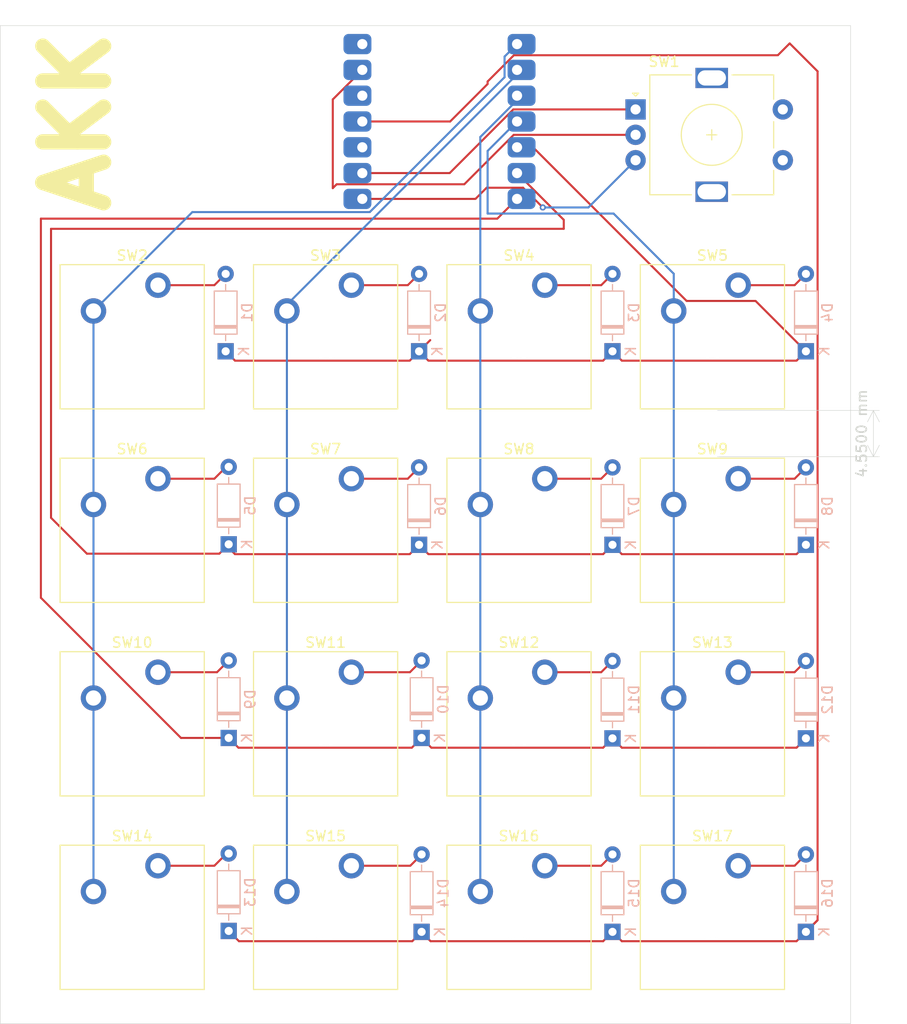
<source format=kicad_pcb>
(kicad_pcb (version 20240108) (generator "pcbnew") (generator_version "8.0")
  (layers (0 "F.Cu" signal) (31 "B.Cu" signal) (34 "B.Paste" user) (35 "F.Paste" user) (36 "B.SilkS" user "B.Silkscreen") (37 "F.SilkS" user "F.Silkscreen") (38 "B.Mask" user) (39 "F.Mask" user) (44 "Edge.Cuts" user))
  (net 0 "")
  (net 1 "Row 0")
  (net 2 "Net-(D1-A)")
  (net 3 "Net-(D2-A)")
  (net 4 "Net-(D3-A)")
  (net 5 "Net-(D4-A)")
  (net 6 "Row 1")
  (net 7 "Net-(D5-A)")
  (net 8 "Net-(D6-A)")
  (net 9 "Net-(D7-A)")
  (net 10 "Net-(D8-A)")
  (net 11 "Row 2")
  (net 12 "Net-(D9-A)")
  (net 13 "Net-(D10-A)")
  (net 14 "Net-(D11-A)")
  (net 15 "Net-(D12-A)")
  (net 16 "Net-(D13-A)")
  (net 17 "Row 3")
  (net 18 "Net-(D14-A)")
  (net 19 "Net-(D15-A)")
  (net 20 "Net-(D16-A)")
  (net 21 "Col 3")
  (net 23 "Col 1")
  (net 24 "Col 0")
  (net 25 "3V3")
  (net 26 "5V")
  (net 27 "GND")
  (net 28 "Col 2")
  (net 29 "Net-(M1-D8)")
  (net 30 "Net-(M1-D7)")
  (footprint "Rotary_Encoder:RotaryEncoder_Alps_EC11E-Switch_Vertical_H20mm" (layer "F.Cu") (at 116.575 75.25)
    (property "Reference" "SW1" (at 2.8 -4.7 0) (layer "F.SilkS"))
    (property "Value" "RotaryEncoder_Switch")
    (pad "A" thru_hole rect (at 0 0) (size 2 2) (drill 1) (layers "*.Cu" "*.Mask") (net 29 "Net-(M1-D8)"))
    (pad "B" thru_hole circle (at 0 5) (size 2 2) (drill 1) (layers "*.Cu" "*.Mask") (net 30 "Net-(M1-D7)"))
    (pad "C" thru_hole circle (at 0 2.5) (size 2 2) (drill 1) (layers "*.Cu" "*.Mask") (net 27 "GND"))
    (pad "MP" thru_hole rect (at 7.5 -3.1) (size 3.2 2) (drill oval 2.8 1.5) (layers "*.Cu" "*.Mask"))
    (pad "MP" thru_hole rect (at 7.5 8.1) (size 3.2 2) (drill oval 2.8 1.5) (layers "*.Cu" "*.Mask"))
    (pad "S1" thru_hole circle (at 14.5 5) (size 2 2) (drill 1) (layers "*.Cu" "*.Mask"))
    (pad "S2" thru_hole circle (at 14.5 0) (size 2 2) (drill 1) (layers "*.Cu" "*.Mask"))
  )
  (footprint "ScottoKeebs_MX:MX_PCB_1.00u" (layer "F.Cu") (at 86.0425 97.63125)
    (property "Reference" "SW3" (at 0 -8 0) (layer "F.SilkS"))
    (property "Value" "SW_Push_45deg")
    (pad "" np_thru_hole circle (at -5.08 0) (size 1.75 1.75) (drill 1.75) (layers "*.Cu" "*.Mask"))
    (pad "" np_thru_hole circle (at 0 0) (size 4 4) (drill 4) (layers "*.Cu" "*.Mask"))
    (pad "" np_thru_hole circle (at 5.08 0) (size 1.75 1.75) (drill 1.75) (layers "*.Cu" "*.Mask"))
    (pad "1" thru_hole circle (at -3.81 -2.54) (size 2.5 2.5) (drill 1.5) (layers "*.Cu" "*.Mask") (net 23 "Col 1"))
    (pad "2" thru_hole circle (at 2.54 -5.08) (size 2.5 2.5) (drill 1.5) (layers "*.Cu" "*.Mask") (net 3 "Net-(D2-A)"))
  )
  (footprint "ScottoKeebs_MX:MX_PCB_1.00u" (layer "F.Cu") (at 124.1425 116.68125)
    (property "Reference" "SW9" (at 0 -8 0) (layer "F.SilkS"))
    (property "Value" "SW_Push_45deg")
    (pad "" np_thru_hole circle (at -5.08 0) (size 1.75 1.75) (drill 1.75) (layers "*.Cu" "*.Mask"))
    (pad "" np_thru_hole circle (at 0 0) (size 4 4) (drill 4) (layers "*.Cu" "*.Mask"))
    (pad "" np_thru_hole circle (at 5.08 0) (size 1.75 1.75) (drill 1.75) (layers "*.Cu" "*.Mask"))
    (pad "1" thru_hole circle (at -3.81 -2.54) (size 2.5 2.5) (drill 1.5) (layers "*.Cu" "*.Mask") (net 21 "Col 3"))
    (pad "2" thru_hole circle (at 2.54 -5.08) (size 2.5 2.5) (drill 1.5) (layers "*.Cu" "*.Mask") (net 10 "Net-(D8-A)"))
  )
  (footprint "ScottoKeebs_MX:MX_PCB_1.00u" (layer "F.Cu") (at 86.0425 135.73125)
    (property "Reference" "SW11" (at 0 -8 0) (layer "F.SilkS"))
    (property "Value" "SW_Push_45deg")
    (pad "" np_thru_hole circle (at -5.08 0) (size 1.75 1.75) (drill 1.75) (layers "*.Cu" "*.Mask"))
    (pad "" np_thru_hole circle (at 0 0) (size 4 4) (drill 4) (layers "*.Cu" "*.Mask"))
    (pad "" np_thru_hole circle (at 5.08 0) (size 1.75 1.75) (drill 1.75) (layers "*.Cu" "*.Mask"))
    (pad "1" thru_hole circle (at -3.81 -2.54) (size 2.5 2.5) (drill 1.5) (layers "*.Cu" "*.Mask") (net 23 "Col 1"))
    (pad "2" thru_hole circle (at 2.54 -5.08) (size 2.5 2.5) (drill 1.5) (layers "*.Cu" "*.Mask") (net 13 "Net-(D10-A)"))
  )
  (footprint "ScottoKeebs_MX:MX_PCB_1.00u" (layer "F.Cu") (at 105.0925 135.73125)
    (property "Reference" "SW12" (at 0 -8 0) (layer "F.SilkS"))
    (property "Value" "SW_Push_45deg")
    (pad "" np_thru_hole circle (at -5.08 0) (size 1.75 1.75) (drill 1.75) (layers "*.Cu" "*.Mask"))
    (pad "" np_thru_hole circle (at 0 0) (size 4 4) (drill 4) (layers "*.Cu" "*.Mask"))
    (pad "" np_thru_hole circle (at 5.08 0) (size 1.75 1.75) (drill 1.75) (layers "*.Cu" "*.Mask"))
    (pad "1" thru_hole circle (at -3.81 -2.54) (size 2.5 2.5) (drill 1.5) (layers "*.Cu" "*.Mask") (net 28 "Col 2"))
    (pad "2" thru_hole circle (at 2.54 -5.08) (size 2.5 2.5) (drill 1.5) (layers "*.Cu" "*.Mask") (net 14 "Net-(D11-A)"))
  )
  (footprint "ScottoKeebs_MX:MX_PCB_1.00u" (layer "F.Cu") (at 86.0425 154.78125)
    (property "Reference" "SW15" (at 0 -8 0) (layer "F.SilkS"))
    (property "Value" "SW_Push_45deg")
    (pad "" np_thru_hole circle (at -5.08 0) (size 1.75 1.75) (drill 1.75) (layers "*.Cu" "*.Mask"))
    (pad "" np_thru_hole circle (at 0 0) (size 4 4) (drill 4) (layers "*.Cu" "*.Mask"))
    (pad "" np_thru_hole circle (at 5.08 0) (size 1.75 1.75) (drill 1.75) (layers "*.Cu" "*.Mask"))
    (pad "1" thru_hole circle (at -3.81 -2.54) (size 2.5 2.5) (drill 1.5) (layers "*.Cu" "*.Mask") (net 23 "Col 1"))
    (pad "2" thru_hole circle (at 2.54 -5.08) (size 2.5 2.5) (drill 1.5) (layers "*.Cu" "*.Mask") (net 18 "Net-(D14-A)"))
  )
  (footprint "ScottoKeebs_MX:MX_PCB_1.00u" (layer "F.Cu") (at 66.9925 97.63125)
    (property "Reference" "SW2" (at 0 -8 0) (layer "F.SilkS"))
    (property "Value" "SW_Push_45deg")
    (pad "" np_thru_hole circle (at -5.08 0) (size 1.75 1.75) (drill 1.75) (layers "*.Cu" "*.Mask"))
    (pad "" np_thru_hole circle (at 0 0) (size 4 4) (drill 4) (layers "*.Cu" "*.Mask"))
    (pad "" np_thru_hole circle (at 5.08 0) (size 1.75 1.75) (drill 1.75) (layers "*.Cu" "*.Mask"))
    (pad "1" thru_hole circle (at -3.81 -2.54) (size 2.5 2.5) (drill 1.5) (layers "*.Cu" "*.Mask") (net 24 "Col 0"))
    (pad "2" thru_hole circle (at 2.54 -5.08) (size 2.5 2.5) (drill 1.5) (layers "*.Cu" "*.Mask") (net 2 "Net-(D1-A)"))
  )
  (footprint "ScottoKeebs_MX:MX_PCB_1.00u" (layer "F.Cu") (at 86.0425 116.68125)
    (property "Reference" "SW7" (at 0 -8 0) (layer "F.SilkS"))
    (property "Value" "SW_Push_45deg")
    (pad "" np_thru_hole circle (at -5.08 0) (size 1.75 1.75) (drill 1.75) (layers "*.Cu" "*.Mask"))
    (pad "" np_thru_hole circle (at 0 0) (size 4 4) (drill 4) (layers "*.Cu" "*.Mask"))
    (pad "" np_thru_hole circle (at 5.08 0) (size 1.75 1.75) (drill 1.75) (layers "*.Cu" "*.Mask"))
    (pad "1" thru_hole circle (at -3.81 -2.54) (size 2.5 2.5) (drill 1.5) (layers "*.Cu" "*.Mask") (net 23 "Col 1"))
    (pad "2" thru_hole circle (at 2.54 -5.08) (size 2.5 2.5) (drill 1.5) (layers "*.Cu" "*.Mask") (net 8 "Net-(D6-A)"))
  )
  (footprint "ScottoKeebs_MX:MX_PCB_1.00u" (layer "F.Cu") (at 105.0925 97.63125)
    (property "Reference" "SW4" (at 0 -8 0) (layer "F.SilkS"))
    (property "Value" "SW_Push_45deg")
    (pad "" np_thru_hole circle (at -5.08 0) (size 1.75 1.75) (drill 1.75) (layers "*.Cu" "*.Mask"))
    (pad "" np_thru_hole circle (at 0 0) (size 4 4) (drill 4) (layers "*.Cu" "*.Mask"))
    (pad "" np_thru_hole circle (at 5.08 0) (size 1.75 1.75) (drill 1.75) (layers "*.Cu" "*.Mask"))
    (pad "1" thru_hole circle (at -3.81 -2.54) (size 2.5 2.5) (drill 1.5) (layers "*.Cu" "*.Mask") (net 28 "Col 2"))
    (pad "2" thru_hole circle (at 2.54 -5.08) (size 2.5 2.5) (drill 1.5) (layers "*.Cu" "*.Mask") (net 4 "Net-(D3-A)"))
  )
  (footprint "ScottoKeebs_MX:MX_PCB_1.00u" (layer "F.Cu") (at 66.9925 154.78125)
    (property "Reference" "SW14" (at 0 -8 0) (layer "F.SilkS"))
    (property "Value" "SW_Push_45deg")
    (pad "" np_thru_hole circle (at -5.08 0) (size 1.75 1.75) (drill 1.75) (layers "*.Cu" "*.Mask"))
    (pad "" np_thru_hole circle (at 0 0) (size 4 4) (drill 4) (layers "*.Cu" "*.Mask"))
    (pad "" np_thru_hole circle (at 5.08 0) (size 1.75 1.75) (drill 1.75) (layers "*.Cu" "*.Mask"))
    (pad "1" thru_hole circle (at -3.81 -2.54) (size 2.5 2.5) (drill 1.5) (layers "*.Cu" "*.Mask") (net 24 "Col 0"))
    (pad "2" thru_hole circle (at 2.54 -5.08) (size 2.5 2.5) (drill 1.5) (layers "*.Cu" "*.Mask") (net 16 "Net-(D13-A)"))
  )
  (footprint "ScottoKeebs_MX:MX_PCB_1.00u" (layer "F.Cu") (at 66.9925 116.68125)
    (property "Reference" "SW6" (at 0 -8 0) (layer "F.SilkS"))
    (property "Value" "SW_Push_45deg")
    (pad "" np_thru_hole circle (at -5.08 0) (size 1.75 1.75) (drill 1.75) (layers "*.Cu" "*.Mask"))
    (pad "" np_thru_hole circle (at 0 0) (size 4 4) (drill 4) (layers "*.Cu" "*.Mask"))
    (pad "" np_thru_hole circle (at 5.08 0) (size 1.75 1.75) (drill 1.75) (layers "*.Cu" "*.Mask"))
    (pad "1" thru_hole circle (at -3.81 -2.54) (size 2.5 2.5) (drill 1.5) (layers "*.Cu" "*.Mask") (net 24 "Col 0"))
    (pad "2" thru_hole circle (at 2.54 -5.08) (size 2.5 2.5) (drill 1.5) (layers "*.Cu" "*.Mask") (net 7 "Net-(D5-A)"))
  )
  (footprint "ScottoKeebs_MX:MX_PCB_1.00u" (layer "F.Cu") (at 124.1425 97.63125)
    (property "Reference" "SW5" (at 0 -8 0) (layer "F.SilkS"))
    (property "Value" "SW_Push_45deg")
    (pad "" np_thru_hole circle (at -5.08 0) (size 1.75 1.75) (drill 1.75) (layers "*.Cu" "*.Mask"))
    (pad "" np_thru_hole circle (at 0 0) (size 4 4) (drill 4) (layers "*.Cu" "*.Mask"))
    (pad "" np_thru_hole circle (at 5.08 0) (size 1.75 1.75) (drill 1.75) (layers "*.Cu" "*.Mask"))
    (pad "1" thru_hole circle (at -3.81 -2.54) (size 2.5 2.5) (drill 1.5) (layers "*.Cu" "*.Mask") (net 21 "Col 3"))
    (pad "2" thru_hole circle (at 2.54 -5.08) (size 2.5 2.5) (drill 1.5) (layers "*.Cu" "*.Mask") (net 5 "Net-(D4-A)"))
  )
  (footprint "ScottoKeebs_MX:MX_PCB_1.00u" (layer "F.Cu") (at 105.0925 154.78125)
    (property "Reference" "SW16" (at 0 -8 0) (layer "F.SilkS"))
    (property "Value" "SW_Push_45deg")
    (pad "" np_thru_hole circle (at -5.08 0) (size 1.75 1.75) (drill 1.75) (layers "*.Cu" "*.Mask"))
    (pad "" np_thru_hole circle (at 0 0) (size 4 4) (drill 4) (layers "*.Cu" "*.Mask"))
    (pad "" np_thru_hole circle (at 5.08 0) (size 1.75 1.75) (drill 1.75) (layers "*.Cu" "*.Mask"))
    (pad "1" thru_hole circle (at -3.81 -2.54) (size 2.5 2.5) (drill 1.5) (layers "*.Cu" "*.Mask") (net 28 "Col 2"))
    (pad "2" thru_hole circle (at 2.54 -5.08) (size 2.5 2.5) (drill 1.5) (layers "*.Cu" "*.Mask") (net 19 "Net-(D15-A)"))
  )
  (footprint "ScottoKeebs_MX:MX_PCB_1.00u" (layer "F.Cu") (at 124.1425 135.73125)
    (property "Reference" "SW13" (at 0 -8 0) (layer "F.SilkS"))
    (property "Value" "SW_Push_45deg")
    (pad "" np_thru_hole circle (at -5.08 0) (size 1.75 1.75) (drill 1.75) (layers "*.Cu" "*.Mask"))
    (pad "" np_thru_hole circle (at 0 0) (size 4 4) (drill 4) (layers "*.Cu" "*.Mask"))
    (pad "" np_thru_hole circle (at 5.08 0) (size 1.75 1.75) (drill 1.75) (layers "*.Cu" "*.Mask"))
    (pad "1" thru_hole circle (at -3.81 -2.54) (size 2.5 2.5) (drill 1.5) (layers "*.Cu" "*.Mask") (net 21 "Col 3"))
    (pad "2" thru_hole circle (at 2.54 -5.08) (size 2.5 2.5) (drill 1.5) (layers "*.Cu" "*.Mask") (net 15 "Net-(D12-A)"))
  )
  (footprint "ScottoKeebs_MX:MX_PCB_1.00u" (layer "F.Cu") (at 66.9925 135.73125)
    (property "Reference" "SW10" (at 0 -8 0) (layer "F.SilkS"))
    (property "Value" "SW_Push_45deg")
    (pad "" np_thru_hole circle (at -5.08 0) (size 1.75 1.75) (drill 1.75) (layers "*.Cu" "*.Mask"))
    (pad "" np_thru_hole circle (at 0 0) (size 4 4) (drill 4) (layers "*.Cu" "*.Mask"))
    (pad "" np_thru_hole circle (at 5.08 0) (size 1.75 1.75) (drill 1.75) (layers "*.Cu" "*.Mask"))
    (pad "1" thru_hole circle (at -3.81 -2.54) (size 2.5 2.5) (drill 1.5) (layers "*.Cu" "*.Mask") (net 24 "Col 0"))
    (pad "2" thru_hole circle (at 2.54 -5.08) (size 2.5 2.5) (drill 1.5) (layers "*.Cu" "*.Mask") (net 12 "Net-(D9-A)"))
  )
  (footprint "ScottoKeebs_MX:MX_PCB_1.00u" (layer "F.Cu") (at 124.1425 154.78125)
    (property "Reference" "SW17" (at 0 -8 0) (layer "F.SilkS"))
    (property "Value" "SW_Push_45deg")
    (pad "" np_thru_hole circle (at -5.08 0) (size 1.75 1.75) (drill 1.75) (layers "*.Cu" "*.Mask"))
    (pad "" np_thru_hole circle (at 0 0) (size 4 4) (drill 4) (layers "*.Cu" "*.Mask"))
    (pad "" np_thru_hole circle (at 5.08 0) (size 1.75 1.75) (drill 1.75) (layers "*.Cu" "*.Mask"))
    (pad "1" thru_hole circle (at -3.81 -2.54) (size 2.5 2.5) (drill 1.5) (layers "*.Cu" "*.Mask") (net 21 "Col 3"))
    (pad "2" thru_hole circle (at 2.54 -5.08) (size 2.5 2.5) (drill 1.5) (layers "*.Cu" "*.Mask") (net 20 "Net-(D16-A)"))
  )
  (footprint "ScottoKeebs_MX:MX_PCB_1.00u" (layer "F.Cu") (at 105.0925 116.68125)
    (property "Reference" "SW8" (at 0 -8 0) (layer "F.SilkS"))
    (property "Value" "SW_Push_45deg")
    (pad "" np_thru_hole circle (at -5.08 0) (size 1.75 1.75) (drill 1.75) (layers "*.Cu" "*.Mask"))
    (pad "" np_thru_hole circle (at 0 0) (size 4 4) (drill 4) (layers "*.Cu" "*.Mask"))
    (pad "" np_thru_hole circle (at 5.08 0) (size 1.75 1.75) (drill 1.75) (layers "*.Cu" "*.Mask"))
    (pad "1" thru_hole circle (at -3.81 -2.54) (size 2.5 2.5) (drill 1.5) (layers "*.Cu" "*.Mask") (net 28 "Col 2"))
    (pad "2" thru_hole circle (at 2.54 -5.08) (size 2.5 2.5) (drill 1.5) (layers "*.Cu" "*.Mask") (net 9 "Net-(D7-A)"))
  )
  (footprint "Diode_THT:D_DO-35_SOD27_P7.62mm_Horizontal" (layer "B.Cu") (at 114.3 156.21 90)
    (property "Reference" "D15" (at 3.81 2.12 90) (layer "B.SilkS") (effects (justify mirror)))
    (property "Value" "Diode")
    (fp_text user "K" (at 0 1.8 90) (layer "B.SilkS") (effects (justify mirror)))
    (pad "1" thru_hole rect (at 0 0 90) (size 1.6 1.6) (drill 0.8) (layers "*.Cu" "*.Mask") (net 17 "Row 3"))
    (pad "2" thru_hole oval (at 7.62 0 90) (size 1.6 1.6) (drill 0.8) (layers "*.Cu" "*.Mask") (net 19 "Net-(D15-A)"))
  )
  (footprint "Diode_THT:D_DO-35_SOD27_P7.62mm_Horizontal" (layer "B.Cu") (at 76.2 99.06 90)
    (property "Reference" "D1" (at 3.81 2.12 90) (layer "B.SilkS") (effects (justify mirror)))
    (property "Value" "Diode")
    (fp_text user "K" (at 0 1.8 90) (layer "B.SilkS") (effects (justify mirror)))
    (pad "1" thru_hole rect (at 0 0 90) (size 1.6 1.6) (drill 0.8) (layers "*.Cu" "*.Mask") (net 1 "Row 0"))
    (pad "2" thru_hole oval (at 7.62 0 90) (size 1.6 1.6) (drill 0.8) (layers "*.Cu" "*.Mask") (net 2 "Net-(D1-A)"))
  )
  (footprint "Diode_THT:D_DO-35_SOD27_P7.62mm_Horizontal" (layer "B.Cu") (at 95.5 137.12 90)
    (property "Reference" "D10" (at 3.81 2.12 90) (layer "B.SilkS") (effects (justify mirror)))
    (property "Value" "Diode")
    (fp_text user "K" (at 0 1.8 90) (layer "B.SilkS") (effects (justify mirror)))
    (pad "1" thru_hole rect (at 0 0 90) (size 1.6 1.6) (drill 0.8) (layers "*.Cu" "*.Mask") (net 11 "Row 2"))
    (pad "2" thru_hole oval (at 7.62 0 90) (size 1.6 1.6) (drill 0.8) (layers "*.Cu" "*.Mask") (net 13 "Net-(D10-A)"))
  )
  (footprint "Diode_THT:D_DO-35_SOD27_P7.62mm_Horizontal" (layer "B.Cu") (at 114.3 99.06 90)
    (property "Reference" "D3" (at 3.81 2.12 90) (layer "B.SilkS") (effects (justify mirror)))
    (property "Value" "Diode")
    (fp_text user "K" (at 0 1.8 90) (layer "B.SilkS") (effects (justify mirror)))
    (pad "1" thru_hole rect (at 0 0 90) (size 1.6 1.6) (drill 0.8) (layers "*.Cu" "*.Mask") (net 1 "Row 0"))
    (pad "2" thru_hole oval (at 7.62 0 90) (size 1.6 1.6) (drill 0.8) (layers "*.Cu" "*.Mask") (net 4 "Net-(D3-A)"))
  )
  (footprint "Diode_THT:D_DO-35_SOD27_P7.62mm_Horizontal" (layer "B.Cu") (at 76.5 118.06 90)
    (property "Reference" "D5" (at 3.81 2.12 90) (layer "B.SilkS") (effects (justify mirror)))
    (property "Value" "Diode")
    (fp_text user "K" (at 0 1.8 90) (layer "B.SilkS") (effects (justify mirror)))
    (pad "1" thru_hole rect (at 0 0 90) (size 1.6 1.6) (drill 0.8) (layers "*.Cu" "*.Mask") (net 6 "Row 1"))
    (pad "2" thru_hole oval (at 7.62 0 90) (size 1.6 1.6) (drill 0.8) (layers "*.Cu" "*.Mask") (net 7 "Net-(D5-A)"))
  )
  (footprint "Diode_THT:D_DO-35_SOD27_P7.62mm_Horizontal" (layer "B.Cu") (at 133.35 118.11 90)
    (property "Reference" "D8" (at 3.81 2.12 90) (layer "B.SilkS") (effects (justify mirror)))
    (property "Value" "Diode")
    (fp_text user "K" (at 0 1.8 90) (layer "B.SilkS") (effects (justify mirror)))
    (pad "1" thru_hole rect (at 0 0 90) (size 1.6 1.6) (drill 0.8) (layers "*.Cu" "*.Mask") (net 6 "Row 1"))
    (pad "2" thru_hole oval (at 7.62 0 90) (size 1.6 1.6) (drill 0.8) (layers "*.Cu" "*.Mask") (net 10 "Net-(D8-A)"))
  )
  (footprint "Diode_THT:D_DO-35_SOD27_P7.62mm_Horizontal" (layer "B.Cu") (at 95.5 156.21 90)
    (property "Reference" "D14" (at 3.81 2.12 90) (layer "B.SilkS") (effects (justify mirror)))
    (property "Value" "Diode")
    (fp_text user "K" (at 0 1.8 90) (layer "B.SilkS") (effects (justify mirror)))
    (pad "1" thru_hole rect (at 0 0 90) (size 1.6 1.6) (drill 0.8) (layers "*.Cu" "*.Mask") (net 17 "Row 3"))
    (pad "2" thru_hole oval (at 7.62 0 90) (size 1.6 1.6) (drill 0.8) (layers "*.Cu" "*.Mask") (net 18 "Net-(D14-A)"))
  )
  (footprint "Diode_THT:D_DO-35_SOD27_P7.62mm_Horizontal" (layer "B.Cu") (at 133.35 156.21 90)
    (property "Reference" "D16" (at 3.81 2.12 90) (layer "B.SilkS") (effects (justify mirror)))
    (property "Value" "Diode")
    (fp_text user "K" (at 0 1.8 90) (layer "B.SilkS") (effects (justify mirror)))
    (pad "1" thru_hole rect (at 0 0 90) (size 1.6 1.6) (drill 0.8) (layers "*.Cu" "*.Mask") (net 17 "Row 3"))
    (pad "2" thru_hole oval (at 7.62 0 90) (size 1.6 1.6) (drill 0.8) (layers "*.Cu" "*.Mask") (net 20 "Net-(D16-A)"))
  )
  (footprint "Diode_THT:D_DO-35_SOD27_P7.62mm_Horizontal" (layer "B.Cu") (at 114.3 118.11 90)
    (property "Reference" "D7" (at 3.81 2.12 90) (layer "B.SilkS") (effects (justify mirror)))
    (property "Value" "Diode")
    (fp_text user "K" (at 0 1.8 90) (layer "B.SilkS") (effects (justify mirror)))
    (pad "1" thru_hole rect (at 0 0 90) (size 1.6 1.6) (drill 0.8) (layers "*.Cu" "*.Mask") (net 6 "Row 1"))
    (pad "2" thru_hole oval (at 7.62 0 90) (size 1.6 1.6) (drill 0.8) (layers "*.Cu" "*.Mask") (net 9 "Net-(D7-A)"))
  )
  (footprint "Diode_THT:D_DO-35_SOD27_P7.62mm_Horizontal" (layer "B.Cu") (at 76.5 137.12 90)
    (property "Reference" "D9" (at 3.81 2.12 90) (layer "B.SilkS") (effects (justify mirror)))
    (property "Value" "Diode")
    (fp_text user "K" (at 0 1.8 90) (layer "B.SilkS") (effects (justify mirror)))
    (pad "1" thru_hole rect (at 0 0 90) (size 1.6 1.6) (drill 0.8) (layers "*.Cu" "*.Mask") (net 11 "Row 2"))
    (pad "2" thru_hole oval (at 7.62 0 90) (size 1.6 1.6) (drill 0.8) (layers "*.Cu" "*.Mask") (net 12 "Net-(D9-A)"))
  )
  (footprint "Diode_THT:D_DO-35_SOD27_P7.62mm_Horizontal" (layer "B.Cu") (at 76.5 156.12 90)
    (property "Reference" "D13" (at 3.81 2.12 90) (layer "B.SilkS") (effects (justify mirror)))
    (property "Value" "Diode")
    (fp_text user "K" (at 0 1.8 90) (layer "B.SilkS") (effects (justify mirror)))
    (pad "1" thru_hole rect (at 0 0 90) (size 1.6 1.6) (drill 0.8) (layers "*.Cu" "*.Mask") (net 17 "Row 3"))
    (pad "2" thru_hole oval (at 7.62 0 90) (size 1.6 1.6) (drill 0.8) (layers "*.Cu" "*.Mask") (net 16 "Net-(D13-A)"))
  )
  (footprint "Diode_THT:D_DO-35_SOD27_P7.62mm_Horizontal" (layer "B.Cu") (at 114.3 137.16 90)
    (property "Reference" "D11" (at 3.81 2.12 90) (layer "B.SilkS") (effects (justify mirror)))
    (property "Value" "Diode")
    (fp_text user "K" (at 0 1.8 90) (layer "B.SilkS") (effects (justify mirror)))
    (pad "1" thru_hole rect (at 0 0 90) (size 1.6 1.6) (drill 0.8) (layers "*.Cu" "*.Mask") (net 11 "Row 2"))
    (pad "2" thru_hole oval (at 7.62 0 90) (size 1.6 1.6) (drill 0.8) (layers "*.Cu" "*.Mask") (net 14 "Net-(D11-A)"))
  )
  (footprint "Diode_THT:D_DO-35_SOD27_P7.62mm_Horizontal" (layer "B.Cu") (at 95.25 118.11 90)
    (property "Reference" "D6" (at 3.81 2.12 90) (layer "B.SilkS") (effects (justify mirror)))
    (property "Value" "Diode")
    (fp_text user "K" (at 0 1.8 90) (layer "B.SilkS") (effects (justify mirror)))
    (pad "1" thru_hole rect (at 0 0 90) (size 1.6 1.6) (drill 0.8) (layers "*.Cu" "*.Mask") (net 6 "Row 1"))
    (pad "2" thru_hole oval (at 7.62 0 90) (size 1.6 1.6) (drill 0.8) (layers "*.Cu" "*.Mask") (net 8 "Net-(D6-A)"))
  )
  (footprint "Diode_THT:D_DO-35_SOD27_P7.62mm_Horizontal" (layer "B.Cu") (at 133.35 99.06 90)
    (property "Reference" "D4" (at 3.81 2.12 90) (layer "B.SilkS") (effects (justify mirror)))
    (property "Value" "Diode")
    (fp_text user "K" (at 0 1.8 90) (layer "B.SilkS") (effects (justify mirror)))
    (pad "1" thru_hole rect (at 0 0 90) (size 1.6 1.6) (drill 0.8) (layers "*.Cu" "*.Mask") (net 1 "Row 0"))
    (pad "2" thru_hole oval (at 7.62 0 90) (size 1.6 1.6) (drill 0.8) (layers "*.Cu" "*.Mask") (net 5 "Net-(D4-A)"))
  )
  (footprint "ScottoKeebs_MCU:Seeed_XIAO_RP2040" (layer "B.Cu") (at 97.28 76.4375 180)
    (property "Reference" "M1" (hide yes))
    (property "Value" "XIAO-RP2040")
    (pad "1" smd roundrect (at -8.065 7.62 180) (size 2.75 2) (layers "B.Cu" "B.Paste" "B.Mask") (net 24 "Col 0"))
    (pad "1" thru_hole rect (at -7.62 7.62 90) (size 1.6 1.6) (drill 1) (layers "*.Cu" "*.Mask") (net 24 "Col 0"))
    (pad "2" smd roundrect (at -8.065 5.08 180) (size 2.75 2) (layers "B.Cu" "B.Paste" "B.Mask") (net 23 "Col 1"))
    (pad "2" thru_hole circle (at -7.62 5.08 90) (size 1.6 1.6) (drill 1) (layers "*.Cu" "*.Mask") (net 23 "Col 1"))
    (pad "3" smd roundrect (at -8.065 2.54 180) (size 2.75 2) (layers "B.Cu" "B.Paste" "B.Mask") (net 28 "Col 2"))
    (pad "3" thru_hole circle (at -7.62 2.54 90) (size 1.6 1.6) (drill 1) (layers "*.Cu" "*.Mask") (net 28 "Col 2"))
    (pad "4" smd roundrect (at -8.065 0 180) (size 2.75 2) (layers "B.Cu" "B.Paste" "B.Mask") (net 21 "Col 3"))
    (pad "4" thru_hole circle (at -7.62 0 90) (size 1.6 1.6) (drill 1) (layers "*.Cu" "*.Mask") (net 21 "Col 3"))
    (pad "5" smd roundrect (at -8.065 -2.54 180) (size 2.75 2) (layers "B.Cu" "B.Paste" "B.Mask") (net 1 "Row 0"))
    (pad "5" thru_hole circle (at -7.62 -2.54 90) (size 1.6 1.6) (drill 1) (layers "*.Cu" "*.Mask") (net 1 "Row 0"))
    (pad "6" smd roundrect (at -8.065 -5.08 180) (size 2.75 2) (layers "B.Cu" "B.Paste" "B.Mask") (net 6 "Row 1"))
    (pad "6" thru_hole circle (at -7.62 -5.08 90) (size 1.6 1.6) (drill 1) (layers "*.Cu" "*.Mask") (net 6 "Row 1"))
    (pad "7" smd roundrect (at -8.065 -7.62 180) (size 2.75 2) (layers "B.Cu" "B.Paste" "B.Mask") (net 11 "Row 2"))
    (pad "7" thru_hole circle (at -7.62 -7.62 90) (size 1.6 1.6) (drill 1) (layers "*.Cu" "*.Mask") (net 11 "Row 2"))
    (pad "8" thru_hole circle (at 7.62 -7.62 90) (size 1.6 1.6) (drill 1) (layers "*.Cu" "*.Mask") (net 30 "Net-(M1-D7)"))
    (pad "8" smd roundrect (at 8.1 -7.62 180) (size 2.75 2) (layers "B.Cu" "B.Paste" "B.Mask") (net 30 "Net-(M1-D7)"))
    (pad "9" thru_hole circle (at 7.62 -5.08 90) (size 1.6 1.6) (drill 1) (layers "*.Cu" "*.Mask") (net 29 "Net-(M1-D8)"))
    (pad "9" smd roundrect (at 8.1 -5.08 180) (size 2.75 2) (layers "B.Cu" "B.Paste" "B.Mask") (net 29 "Net-(M1-D8)"))
    (pad "10" thru_hole circle (at 7.62 -2.54 90) (size 1.6 1.6) (drill 1) (layers "*.Cu" "*.Mask"))
    (pad "10" smd roundrect (at 8.1 -2.54 180) (size 2.75 2) (layers "B.Cu" "B.Paste" "B.Mask"))
    (pad "11" thru_hole circle (at 7.62 0 90) (size 1.6 1.6) (drill 1) (layers "*.Cu" "*.Mask") (net 17 "Row 3"))
    (pad "11" smd roundrect (at 8.1 0 180) (size 2.75 2) (layers "B.Cu" "B.Paste" "B.Mask") (net 17 "Row 3"))
    (pad "12" thru_hole circle (at 7.62 2.54 90) (size 1.6 1.6) (drill 1) (layers "*.Cu" "*.Mask") (net 25 "3V3"))
    (pad "12" smd roundrect (at 8.1 2.54 180) (size 2.75 2) (layers "B.Cu" "B.Paste" "B.Mask") (net 25 "3V3"))
    (pad "13" thru_hole circle (at 7.62 5.08 90) (size 1.6 1.6) (drill 1) (layers "*.Cu" "*.Mask") (net 27 "GND"))
    (pad "13" smd roundrect (at 8.1 5.08 180) (size 2.75 2) (layers "B.Cu" "B.Paste" "B.Mask") (net 27 "GND"))
    (pad "14" thru_hole circle (at 7.62 7.62 90) (size 1.6 1.6) (drill 1) (layers "*.Cu" "*.Mask") (net 26 "5V"))
    (pad "14" smd roundrect (at 8.1 7.62 180) (size 2.75 2) (layers "B.Cu" "B.Paste" "B.Mask") (net 26 "5V"))
  )
  (footprint "Diode_THT:D_DO-35_SOD27_P7.62mm_Horizontal" (layer "B.Cu") (at 95.25 99.06 90)
    (property "Reference" "D2" (at 3.81 2.12 90) (layer "B.SilkS") (effects (justify mirror)))
    (property "Value" "Diode")
    (fp_text user "K" (at 0 1.8 90) (layer "B.SilkS") (effects (justify mirror)))
    (pad "1" thru_hole rect (at 0 0 90) (size 1.6 1.6) (drill 0.8) (layers "*.Cu" "*.Mask") (net 1 "Row 0"))
    (pad "2" thru_hole oval (at 7.62 0 90) (size 1.6 1.6) (drill 0.8) (layers "*.Cu" "*.Mask") (net 3 "Net-(D2-A)"))
  )
  (footprint "Diode_THT:D_DO-35_SOD27_P7.62mm_Horizontal" (layer "B.Cu") (at 133.35 137.16 90)
    (property "Reference" "D12" (at 3.81 2.12 90) (layer "B.SilkS") (effects (justify mirror)))
    (property "Value" "Diode")
    (fp_text user "K" (at 0 1.8 90) (layer "B.SilkS") (effects (justify mirror)))
    (pad "1" thru_hole rect (at 0 0 90) (size 1.6 1.6) (drill 0.8) (layers "*.Cu" "*.Mask") (net 11 "Row 2"))
    (pad "2" thru_hole oval (at 7.62 0 90) (size 1.6 1.6) (drill 0.8) (layers "*.Cu" "*.Mask") (net 15 "Net-(D12-A)"))
  )
  (gr_rect (start 54 67) (end 137.75 165.25) (stroke (width 0.05)) (fill none) (layer "Edge.Cuts"))
  (gr_text "AKK" (at 65 86 90) (layer "F.SilkS") (effects (font (size 6 6) (thickness 1.5) (bold yes)) (justify left bottom)))
  (dimension (type aligned) (layer "Edge.Cuts") (pts (xy 124.1425 104.88125) (xy 124.1425 109.43125)) (height -15.8575) (gr_text "4.5500 mm" (at 138.85 107.15625 90) (layer "Edge.Cuts") (effects (font (size 1 1) (thickness 0.15)))) (format (prefix "") (suffix "") (units 3) (units_format 1) (precision 4)) (style (thickness 0.05) (arrow_length 1.27) (text_position_mode 0) (extension_height 0.58642) (extension_offset 0.5) keep_text_aligned))
  (segment (start 94.32875 99.98125) (end 95.25 99.06) (width 0.2) (layer "F.Cu") (net 1))
  (segment (start 77.12125 99.98125) (end 94.32875 99.98125) (width 0.2) (layer "F.Cu") (net 1))
  (segment (start 128.39125 94.10125) (end 121.60125 94.10125) (width 0.2) (layer "F.Cu") (net 1))
  (segment (start 113.37875 99.98125) (end 114.3 99.06) (width 0.2) (layer "F.Cu") (net 1))
  (segment (start 133.35 99.06) (end 128.39125 94.10125) (width 0.2) (layer "F.Cu") (net 1))
  (segment (start 95.25 99.06) (end 96.35 97.96) (width 0.2) (layer "F.Cu") (net 1))
  (segment (start 76.2 99.06) (end 77.12125 99.98125) (width 0.2) (layer "F.Cu") (net 1))
  (segment (start 96.17125 99.98125) (end 113.37875 99.98125) (width 0.2) (layer "F.Cu") (net 1))
  (segment (start 121.60125 94.10125) (end 106.4775 78.9775) (width 0.2) (layer "F.Cu") (net 1))
  (segment (start 95.25 99.06) (end 96.17125 99.98125) (width 0.2) (layer "F.Cu") (net 1))
  (segment (start 114.3 99.06) (end 115.22125 99.98125) (width 0.2) (layer "F.Cu") (net 1))
  (segment (start 106.4775 78.9775) (end 104.9 78.9775) (width 0.2) (layer "F.Cu") (net 1))
  (segment (start 132.42875 99.98125) (end 133.35 99.06) (width 0.2) (layer "F.Cu") (net 1))
  (segment (start 115.22125 99.98125) (end 132.42875 99.98125) (width 0.2) (layer "F.Cu") (net 1))
  (segment (start 69.5325 92.55125) (end 75.08875 92.55125) (width 0.2) (layer "F.Cu") (net 2))
  (segment (start 75.08875 92.55125) (end 76.2 91.44) (width 0.2) (layer "F.Cu") (net 2))
  (segment (start 88.5825 92.55125) (end 94.13875 92.55125) (width 0.2) (layer "F.Cu") (net 3))
  (segment (start 94.13875 92.55125) (end 95.25 91.44) (width 0.2) (layer "F.Cu") (net 3))
  (segment (start 113.18875 92.55125) (end 114.3 91.44) (width 0.2) (layer "F.Cu") (net 4))
  (segment (start 107.6325 92.55125) (end 113.18875 92.55125) (width 0.2) (layer "F.Cu") (net 4))
  (segment (start 132.23875 92.55125) (end 133.35 91.44) (width 0.2) (layer "F.Cu") (net 5))
  (segment (start 126.6825 92.55125) (end 132.23875 92.55125) (width 0.2) (layer "F.Cu") (net 5))
  (segment (start 95.25 118.11) (end 96.17125 119.03125) (width 0.2) (layer "F.Cu") (net 6))
  (segment (start 115.22125 119.03125) (end 132.42875 119.03125) (width 0.2) (layer "F.Cu") (net 6))
  (segment (start 77.12125 119.03125) (end 94.32875 119.03125) (width 0.2) (layer "F.Cu") (net 6))
  (segment (start 59 87) (end 109.5 87) (width 0.2) (layer "F.Cu") (net 6))
  (segment (start 109.5 87) (end 109.5 86.1175) (width 0.2) (layer "F.Cu") (net 6))
  (segment (start 59 115.45) (end 59 87) (width 0.2) (layer "F.Cu") (net 6))
  (segment (start 109.5 86.1175) (end 104.9 81.5175) (width 0.2) (layer "F.Cu") (net 6))
  (segment (start 76.5 118.06) (end 75.57875 118.98125) (width 0.2) (layer "F.Cu") (net 6))
  (segment (start 132.42875 119.03125) (end 133.35 118.11) (width 0.2) (layer "F.Cu") (net 6))
  (segment (start 96.17125 119.03125) (end 113.37875 119.03125) (width 0.2) (layer "F.Cu") (net 6))
  (segment (start 75.57875 118.98125) (end 62.53125 118.98125) (width 0.2) (layer "F.Cu") (net 6))
  (segment (start 113.37875 119.03125) (end 114.3 118.11) (width 0.2) (layer "F.Cu") (net 6))
  (segment (start 94.32875 119.03125) (end 95.25 118.11) (width 0.2) (layer "F.Cu") (net 6))
  (segment (start 62.53125 118.98125) (end 59 115.45) (width 0.2) (layer "F.Cu") (net 6))
  (segment (start 76.2 118.11) (end 77.12125 119.03125) (width 0.2) (layer "F.Cu") (net 6))
  (segment (start 114.3 118.11) (end 115.22125 119.03125) (width 0.2) (layer "F.Cu") (net 6))
  (segment (start 75.08875 111.60125) (end 76.2 110.49) (width 0.2) (layer "F.Cu") (net 7))
  (segment (start 69.5325 111.60125) (end 75.08875 111.60125) (width 0.2) (layer "F.Cu") (net 7))
  (segment (start 94.13875 111.60125) (end 95.25 110.49) (width 0.2) (layer "F.Cu") (net 8))
  (segment (start 88.5825 111.60125) (end 94.13875 111.60125) (width 0.2) (layer "F.Cu") (net 8))
  (segment (start 107.6325 111.60125) (end 113.18875 111.60125) (width 0.2) (layer "F.Cu") (net 9))
  (segment (start 113.18875 111.60125) (end 114.3 110.49) (width 0.2) (layer "F.Cu") (net 9))
  (segment (start 132.23875 111.60125) (end 133.35 110.49) (width 0.2) (layer "F.Cu") (net 10))
  (segment (start 126.6825 111.60125) (end 132.23875 111.60125) (width 0.2) (layer "F.Cu") (net 10))
  (segment (start 113.37875 138.08125) (end 114.3 137.16) (width 0.2) (layer "F.Cu") (net 11))
  (segment (start 133.35 136.85) (end 133.25 136.75) (width 0.2) (layer "F.Cu") (net 11))
  (segment (start 133.35 137.16) (end 133.35 136.85) (width 0.2) (layer "F.Cu") (net 11))
  (segment (start 115.22125 138.08125) (end 132.42875 138.08125) (width 0.2) (layer "F.Cu") (net 11))
  (segment (start 96.46125 138.08125) (end 113.37875 138.08125) (width 0.2) (layer "F.Cu") (net 11))
  (segment (start 58 86) (end 102.9575 86) (width 0.2) (layer "F.Cu") (net 11))
  (segment (start 114.3 137.16) (end 115.22125 138.08125) (width 0.2) (layer "F.Cu") (net 11))
  (segment (start 132.42875 138.08125) (end 133.35 137.16) (width 0.2) (layer "F.Cu") (net 11))
  (segment (start 95.5 137.12) (end 96.46125 138.08125) (width 0.2) (layer "F.Cu") (net 11))
  (segment (start 102.9575 86) (end 104.9 84.0575) (width 0.2) (layer "F.Cu") (net 11))
  (segment (start 77.46125 138.08125) (end 94.53875 138.08125) (width 0.2) (layer "F.Cu") (net 11))
  (segment (start 58 123.320451) (end 58 86) (width 0.2) (layer "F.Cu") (net 11))
  (segment (start 76.5 137.12) (end 77.46125 138.08125) (width 0.2) (layer "F.Cu") (net 11))
  (segment (start 94.53875 138.08125) (end 95.5 137.12) (width 0.2) (layer "F.Cu") (net 11))
  (segment (start 76.5 137.12) (end 71.799549 137.12) (width 0.2) (layer "F.Cu") (net 11))
  (segment (start 71.799549 137.12) (end 58 123.320451) (width 0.2) (layer "F.Cu") (net 11))
  (segment (start 69.5325 130.65125) (end 75.34875 130.65125) (width 0.2) (layer "F.Cu") (net 12))
  (segment (start 75.34875 130.65125) (end 76.5 129.5) (width 0.2) (layer "F.Cu") (net 12))
  (segment (start 94.34875 130.65125) (end 95.5 129.5) (width 0.2) (layer "F.Cu") (net 13))
  (segment (start 88.5825 130.65125) (end 94.34875 130.65125) (width 0.2) (layer "F.Cu") (net 13))
  (segment (start 113.18875 130.65125) (end 114.3 129.54) (width 0.2) (layer "F.Cu") (net 14))
  (segment (start 107.6325 130.65125) (end 113.18875 130.65125) (width 0.2) (layer "F.Cu") (net 14))
  (segment (start 126.6825 130.65125) (end 132.23875 130.65125) (width 0.2) (layer "F.Cu") (net 15))
  (segment (start 132.23875 130.65125) (end 133.35 129.54) (width 0.2) (layer "F.Cu") (net 15))
  (segment (start 69.5325 149.70125) (end 75.08875 149.70125) (width 0.2) (layer "F.Cu") (net 16))
  (segment (start 75.08875 149.70125) (end 76.2 148.59) (width 0.2) (layer "F.Cu") (net 16))
  (segment (start 131.75 68.75) (end 130.5825 69.9175) (width 0.2) (layer "F.Cu") (net 17))
  (segment (start 77.51125 157.13125) (end 94.57875 157.13125) (width 0.2) (layer "F.Cu") (net 17))
  (segment (start 102 72.75) (end 98.3125 76.4375) (width 0.2) (layer "F.Cu") (net 17))
  (segment (start 134.5 71.5) (end 131.75 68.75) (width 0.2) (layer "F.Cu") (net 17))
  (segment (start 104.5825 69.9175) (end 102 72.5) (width 0.2) (layer "F.Cu") (net 17))
  (segment (start 96.38125 157.13125) (end 113.37875 157.13125) (width 0.2) (layer "F.Cu") (net 17))
  (segment (start 133.35 156.21) (end 134.45 155.11) (width 0.2) (layer "F.Cu") (net 17))
  (segment (start 134.5 155.06) (end 134.5 71.5) (width 0.2) (layer "F.Cu") (net 17))
  (segment (start 98.3125 76.4375) (end 89.66 76.4375) (width 0.2) (layer "F.Cu") (net 17))
  (segment (start 114.3 156.21) (end 115.22125 157.13125) (width 0.2) (layer "F.Cu") (net 17))
  (segment (start 130.5825 69.9175) (end 104.5825 69.9175) (width 0.2) (layer "F.Cu") (net 17))
  (segment (start 95.5 156.25) (end 96.38125 157.13125) (width 0.2) (layer "F.Cu") (net 17))
  (segment (start 132.42875 157.13125) (end 133.35 156.21) (width 0.2) (layer "F.Cu") (net 17))
  (segment (start 133.35 156.21) (end 134.5 155.06) (width 0.2) (layer "F.Cu") (net 17))
  (segment (start 95.5 156.21) (end 95.5 156.25) (width 0.2) (layer "F.Cu") (net 17))
  (segment (start 115.22125 157.13125) (end 132.42875 157.13125) (width 0.2) (layer "F.Cu") (net 17))
  (segment (start 76.5 156.12) (end 77.51125 157.13125) (width 0.2) (layer "F.Cu") (net 17))
  (segment (start 94.57875 157.13125) (end 95.5 156.21) (width 0.2) (layer "F.Cu") (net 17))
  (segment (start 113.37875 157.13125) (end 114.3 156.21) (width 0.2) (layer "F.Cu") (net 17))
  (segment (start 102 72.5) (end 102 72.75) (width 0.2) (layer "F.Cu") (net 17))
  (segment (start 88.5825 149.70125) (end 94.38875 149.70125) (width 0.2) (layer "F.Cu") (net 18))
  (segment (start 94.38875 149.70125) (end 95.5 148.59) (width 0.2) (layer "F.Cu") (net 18))
  (segment (start 107.6325 149.70125) (end 113.18875 149.70125) (width 0.2) (layer "F.Cu") (net 19))
  (segment (start 113.18875 149.70125) (end 114.3 148.59) (width 0.2) (layer "F.Cu") (net 19))
  (segment (start 132.23875 149.70125) (end 133.35 148.59) (width 0.2) (layer "F.Cu") (net 20))
  (segment (start 126.6825 149.70125) (end 132.23875 149.70125) (width 0.2) (layer "F.Cu") (net 20))
  (segment (start 120.3325 91.425) (end 114.4075 85.5) (width 0.2) (layer "B.Cu") (net 21))
  (segment (start 114.4075 85.5) (end 102 85.5) (width 0.2) (layer "B.Cu") (net 21))
  (segment (start 120.3325 95.09125) (end 120.3325 152.24125) (width 0.2) (layer "B.Cu") (net 21))
  (segment (start 102 79.3375) (end 104.9 76.4375) (width 0.2) (layer "B.Cu") (net 21))
  (segment (start 120.3325 95.09125) (end 120.3325 91.425) (width 0.2) (layer "B.Cu") (net 21))
  (segment (start 102 85.5) (end 102 79.3375) (width 0.2) (layer "B.Cu") (net 21))
  (segment (start 82.2325 95.09125) (end 82.2325 152.24125) (width 0.2) (layer "B.Cu") (net 23))
  (segment (start 82.2325 94.47) (end 105.345 71.3575) (width 0.2) (layer "B.Cu") (net 23))
  (segment (start 82.2325 95.09125) (end 82.2325 94.47) (width 0.2) (layer "B.Cu") (net 23))
  (segment (start 103.67 70.0475) (end 104.9 68.8175) (width 0.2) (layer "B.Cu") (net 24))
  (segment (start 72.91625 85.3575) (end 90.393642 85.3575) (width 0.2) (layer "B.Cu") (net 24))
  (segment (start 90.393642 85.3575) (end 103.67 72.081142) (width 0.2) (layer "B.Cu") (net 24))
  (segment (start 63.1825 95.09125) (end 63.1825 152.24125) (width 0.2) (layer "B.Cu") (net 24))
  (segment (start 103.67 72.081142) (end 103.67 70.0475) (width 0.2) (layer "B.Cu") (net 24))
  (segment (start 63.1825 95.09125) (end 72.91625 85.3575) (width 0.2) (layer "B.Cu") (net 24))
  (segment (start 104.571865 77.75) (end 116.575 77.75) (width 0.2) (layer "F.Cu") (net 27))
  (segment (start 99.704365 82.6175) (end 104.571865 77.75) (width 0.2) (layer "F.Cu") (net 27))
  (segment (start 87.1325 82.6175) (end 99.704365 82.6175) (width 0.2) (layer "F.Cu") (net 27))
  (segment (start 86.75 83) (end 87.1325 82.6175) (width 0.2) (layer "F.Cu") (net 27))
  (segment (start 86.75 74.2675) (end 86.75 83) (width 0.2) (layer "F.Cu") (net 27))
  (segment (start 89.66 71.3575) (end 86.75 74.2675) (width 0.2) (layer "F.Cu") (net 27))
  (segment (start 101.2825 77.96) (end 105.345 73.8975) (width 0.2) (layer "B.Cu") (net 28))
  (segment (start 101.2825 95.09125) (end 101.2825 77.96) (width 0.2) (layer "B.Cu") (net 28))
  (segment (start 101.2825 95.09125) (end 101.2825 152.24125) (width 0.2) (layer "B.Cu") (net 28))
  (segment (start 104.531865 75.25) (end 116.575 75.25) (width 0.2) (layer "F.Cu") (net 29))
  (segment (start 89.215 81.543858) (end 89.215 81.5175) (width 0.2) (layer "F.Cu") (net 29))
  (segment (start 89.66 81.5175) (end 98.264365 81.5175) (width 0.2) (layer "F.Cu") (net 29))
  (segment (start 98.264365 81.5175) (end 104.531865 75.25) (width 0.2) (layer "F.Cu") (net 29))
  (segment (start 89.66 84.0575) (end 100.804365 84.0575) (width 0.2) (layer "F.Cu") (net 30))
  (segment (start 105.491473 82.9575) (end 107.433973 84.9) (width 0.2) (layer "F.Cu") (net 30))
  (segment (start 100.804365 84.0575) (end 101.904365 82.9575) (width 0.2) (layer "F.Cu") (net 30))
  (segment (start 101.904365 82.9575) (end 105.491473 82.9575) (width 0.2) (layer "F.Cu") (net 30))
  (via (at 107.433973 84.9) (size 0.6) (drill 0.3) (layers "F.Cu" "B.Cu") (net 30))
  (segment (start 111.925 84.9) (end 116.575 80.25) (width 0.2) (layer "B.Cu") (net 30))
  (segment (start 107.433973 84.9) (end 111.925 84.9) (width 0.2) (layer "B.Cu") (net 30))
)
</source>
